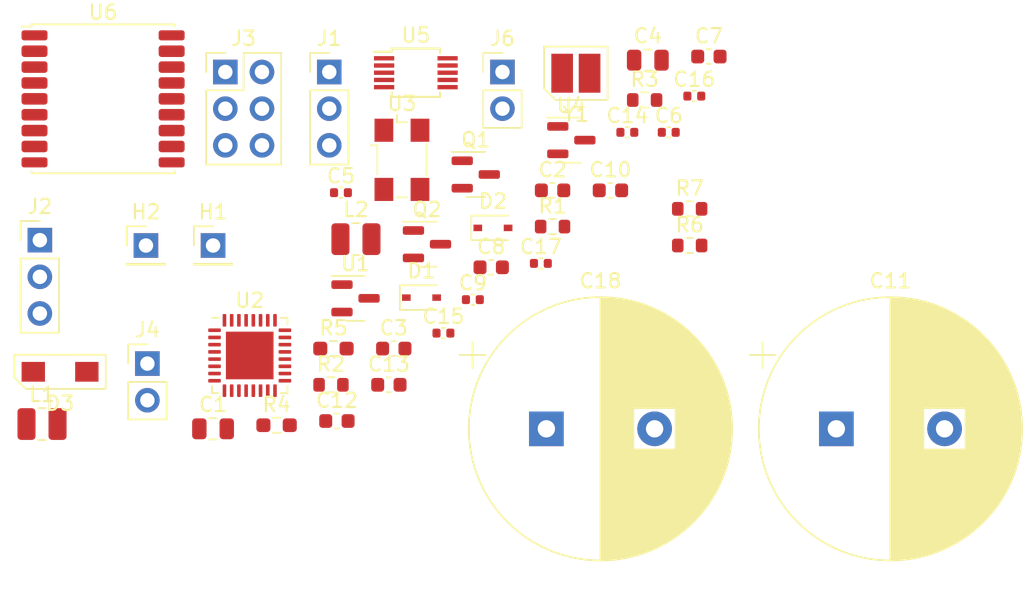
<source format=kicad_pcb>
(kicad_pcb (version 20211014) (generator pcbnew)
  (layers (0 "F.Cu" signal) (31 "B.Cu" signal) (34 "B.Paste" user) (35 "F.Paste" user) (36 "B.SilkS" user "B.Silkscreen") (37 "F.SilkS" user "F.Silkscreen") (38 "B.Mask" user) (39 "F.Mask" user) (44 "Edge.Cuts" user))
  (net 0 "")
  (net 1 "GND")
  (net 2 "Net-(C1-Pad2)")
  (net 3 "Net-(C2-Pad2)")
  (net 4 "/VDD")
  (net 5 "Net-(C4-Pad2)")
  (net 6 "/DTR")
  (net 7 "+3V3")
  (net 8 "/CLK0")
  (net 9 "Net-(C7-Pad1)")
  (net 10 "Net-(C9-Pad1)")
  (net 11 "Net-(C10-Pad1)")
  (net 12 "Net-(C12-Pad1)")
  (net 13 "Net-(C12-Pad2)")
  (net 14 "Net-(C13-Pad1)")
  (net 15 "/TEMP")
  (net 16 "Net-(C17-Pad1)")
  (net 17 "Net-(C11-Pad2)")
  (net 18 "Net-(D2-Pad2)")
  (net 19 "/TXD")
  (net 20 "/RXD")
  (net 21 "/MISO")
  (net 22 "/SCLK")
  (net 23 "/MOSI")
  (net 24 "/RESET")
  (net 25 "/SDA")
  (net 26 "/SCL")
  (net 27 "Net-(J6-Pad1)")
  (net 28 "Net-(Q1-Pad1)")
  (net 29 "Net-(Q2-Pad1)")
  (net 30 "/TX_E")
  (net 31 "/GPS_E")
  (net 32 "/TXO")
  (net 33 "/RXI")
  (net 34 "/CLK2")
  (net 40 "/VDD_TST")
  (net 41 "Net-(U2-Pad25)")
  (net 43 "/TIMEP")
  (net 53 "Net-(D1-Pad2)")
  (footprint "Capacitor_SMD:C_0402_1005Metric" (layer "F.Cu") (at 53.56 34.23)
    (fp_text reference "C9" (at 0 -1.16) (layer "F.SilkS"))
    (fp_text value "0.1uF")
    (pad "1" smd roundrect locked (at -0.48 0) (size 0.56 0.62) (layers "F.Cu" "F.Paste" "F.Mask") (net 10 "Net-(C9-Pad1)"))
    (pad "2" smd roundrect locked (at 0.48 0) (size 0.56 0.62) (layers "F.Cu" "F.Paste" "F.Mask") (net 1 "GND"))
  )
  (footprint "Capacitor_SMD:C_0603_1608Metric" (layer "F.Cu") (at 69.91 17.39)
    (fp_text reference "C7" (at 0 -1.43) (layer "F.SilkS"))
    (fp_text value "8 pF")
    (pad "1" smd roundrect locked (at -0.775 0) (size 0.9 0.95) (layers "F.Cu" "F.Paste" "F.Mask") (net 9 "Net-(C7-Pad1)"))
    (pad "2" smd roundrect locked (at 0.775 0) (size 0.9 0.95) (layers "F.Cu" "F.Paste" "F.Mask") (net 1 "GND"))
  )
  (footprint "Capacitor_SMD:C_0805_2012Metric" (layer "F.Cu") (at 35.56 43.18)
    (fp_text reference "C1" (at 0 -1.68) (layer "F.SilkS"))
    (fp_text value "270 pF")
    (pad "1" smd roundrect locked (at -0.95 0) (size 1 1.45) (layers "F.Cu" "F.Paste" "F.Mask") (net 1 "GND"))
    (pad "2" smd roundrect locked (at 0.95 0) (size 1 1.45) (layers "F.Cu" "F.Paste" "F.Mask") (net 2 "Net-(C1-Pad2)"))
  )
  (footprint "Connector_PinHeader_2.54mm:PinHeader_1x01_P2.54mm_Vertical" (layer "F.Cu") (at 30.91 30.48)
    (fp_text reference "H2" (at 0 -2.33) (layer "F.SilkS"))
    (fp_text value "72-ohm vertical dipole")
    (pad "1" thru_hole rect locked (at 0 0) (size 1.7 1.7) (drill 1) (layers *.Cu *.Mask) (net 1 "GND"))
  )
  (footprint "Diode_SMD:D_SOD-323" (layer "F.Cu") (at 50 34.09)
    (fp_text reference "D1" (at 0 -1.85) (layer "F.SilkS"))
    (fp_text value "1N5819WS")
    (pad "1" smd rect locked (at -1.05 0) (size 0.6 0.45) (layers "F.Cu" "F.Paste" "F.Mask") (net 4 "/VDD"))
    (pad "2" smd rect locked (at 1.05 0) (size 0.6 0.45) (layers "F.Cu" "F.Paste" "F.Mask") (net 53 "Net-(D1-Pad2)"))
  )
  (footprint "Resistor_SMD:R_0603_1608Metric_Pad0.98x0.95mm_HandSolder" (layer "F.Cu") (at 43.9 37.62)
    (fp_text reference "R5" (at 0 -1.43) (layer "F.SilkS"))
    (fp_text value "1.5k")
    (pad "1" smd roundrect locked (at -0.9125 0) (size 0.975 0.95) (layers "F.Cu" "F.Paste" "F.Mask") (net 31 "/GPS_E"))
    (pad "2" smd roundrect locked (at 0.9125 0) (size 0.975 0.95) (layers "F.Cu" "F.Paste" "F.Mask") (net 29 "Net-(Q2-Pad1)"))
  )
  (footprint "Resistor_SMD:R_0603_1608Metric" (layer "F.Cu") (at 68.58 27.94)
    (fp_text reference "R7" (at 0 -1.43) (layer "F.SilkS"))
    (fp_text value "10k")
    (pad "1" smd roundrect locked (at -0.825 0) (size 0.8 0.95) (layers "F.Cu" "F.Paste" "F.Mask") (net 40 "/VDD_TST"))
    (pad "2" smd roundrect locked (at 0.825 0) (size 0.8 0.95) (layers "F.Cu" "F.Paste" "F.Mask") (net 1 "GND"))
  )
  (footprint "Resistor_SMD:R_0603_1608Metric" (layer "F.Cu") (at 68.58 30.48)
    (fp_text reference "R6" (at 0 -1.43) (layer "F.SilkS"))
    (fp_text value "10k")
    (pad "1" smd roundrect locked (at -0.825 0) (size 0.8 0.95) (layers "F.Cu" "F.Paste" "F.Mask") (net 4 "/VDD"))
    (pad "2" smd roundrect locked (at 0.825 0) (size 0.8 0.95) (layers "F.Cu" "F.Paste" "F.Mask") (net 40 "/VDD_TST"))
  )
  (footprint "Connector_PinHeader_2.54mm:PinHeader_1x02_P2.54mm_Vertical" (layer "F.Cu") (at 55.61 18.46)
    (fp_text reference "J6" (at 0 -2.33) (layer "F.SilkS"))
    (fp_text value "GPS_ANT")
    (pad "1" thru_hole rect locked (at 0 0) (size 1.7 1.7) (drill 1) (layers *.Cu *.Mask) (net 27 "Net-(J6-Pad1)"))
    (pad "2" thru_hole oval locked (at 0 2.54) (size 1.7 1.7) (drill 1) (layers *.Cu *.Mask) (net 1 "GND"))
  )
  (footprint "Connector_PinHeader_2.54mm:PinHeader_1x03_P2.54mm_Vertical" (layer "F.Cu") (at 43.61 18.46)
    (fp_text reference "J1" (at 0 -2.33) (layer "F.SilkS"))
    (fp_text value "PV Input")
    (pad "1" thru_hole rect locked (at 0 0) (size 1.7 1.7) (drill 1) (layers *.Cu *.Mask) (net 1 "GND"))
    (pad "2" thru_hole oval locked (at 0 2.54) (size 1.7 1.7) (drill 1) (layers *.Cu *.Mask) (net 18 "Net-(D2-Pad2)"))
    (pad "3" thru_hole oval locked (at 0 5.08) (size 1.7 1.7) (drill 1) (layers *.Cu *.Mask) (net 53 "Net-(D1-Pad2)"))
  )
  (footprint "Resistor_SMD:R_0603_1608Metric" (layer "F.Cu") (at 59.08 29.17)
    (fp_text reference "R1" (at 0 -1.43) (layer "F.SilkS"))
    (fp_text value "10k")
    (pad "1" smd roundrect locked (at -0.825 0) (size 0.8 0.95) (layers "F.Cu" "F.Paste" "F.Mask") (net 7 "+3V3"))
    (pad "2" smd roundrect locked (at 0.825 0) (size 0.8 0.95) (layers "F.Cu" "F.Paste" "F.Mask") (net 24 "/RESET"))
  )
  (footprint "Inductor_SMD:L_1008_2520Metric" (layer "F.Cu") (at 45.46 30.04)
    (fp_text reference "L2" (at 0 -2.05) (layer "F.SilkS"))
    (fp_text value "750 nH")
    (pad "1" smd roundrect locked (at -1.075 0) (size 1.25 2.2) (layers "F.Cu" "F.Paste" "F.Mask") (roundrect_rratio 0.2) (net 3 "Net-(C2-Pad2)"))
    (pad "2" smd roundrect locked (at 1.075 0) (size 1.25 2.2) (layers "F.Cu" "F.Paste" "F.Mask") (roundrect_rratio 0.2) (net 5 "Net-(C4-Pad2)"))
  )
  (footprint "Resistor_SMD:R_0603_1608Metric_Pad0.98x0.95mm_HandSolder" (layer "F.Cu") (at 39.96 42.93)
    (fp_text reference "R4" (at 0 -1.43) (layer "F.SilkS"))
    (fp_text value "1.5k")
    (pad "1" smd roundrect locked (at -0.9125 0) (size 0.975 0.95) (layers "F.Cu" "F.Paste" "F.Mask") (net 30 "/TX_E"))
    (pad "2" smd roundrect locked (at 0.9125 0) (size 0.975 0.95) (layers "F.Cu" "F.Paste" "F.Mask") (net 28 "Net-(Q1-Pad1)"))
  )
  (footprint "Connector_PinHeader_2.54mm:PinHeader_1x03_P2.54mm_Vertical" (layer "F.Cu") (at 23.56 30.11)
    (fp_text reference "J2" (at 0 -2.33) (layer "F.SilkS"))
    (fp_text value "Serial")
    (pad "1" thru_hole rect locked (at 0 0) (size 1.7 1.7) (drill 1) (layers *.Cu *.Mask) (net 6 "/DTR"))
    (pad "2" thru_hole oval locked (at 0 2.54) (size 1.7 1.7) (drill 1) (layers *.Cu *.Mask) (net 19 "/TXD"))
    (pad "3" thru_hole oval locked (at 0 5.08) (size 1.7 1.7) (drill 1) (layers *.Cu *.Mask) (net 20 "/RXD"))
  )
  (footprint "Capacitor_SMD:C_0603_1608Metric" (layer "F.Cu") (at 44.14 42.64)
    (fp_text reference "C12" (at 0 -1.43) (layer "F.SilkS"))
    (fp_text value "10nF")
    (pad "1" smd roundrect locked (at -0.775 0) (size 0.9 0.95) (layers "F.Cu" "F.Paste" "F.Mask") (net 12 "Net-(C12-Pad1)"))
    (pad "2" smd roundrect locked (at 0.775 0) (size 0.9 0.95) (layers "F.Cu" "F.Paste" "F.Mask") (net 13 "Net-(C12-Pad2)"))
  )
  (footprint "Capacitor_SMD:C_0603_1608Metric" (layer "F.Cu") (at 54.83 31.99)
    (fp_text reference "C8" (at 0 -1.43) (layer "F.SilkS"))
    (fp_text value "1 uF")
    (pad "1" smd roundrect locked (at -0.775 0) (size 0.9 0.95) (layers "F.Cu" "F.Paste" "F.Mask") (net 7 "+3V3"))
    (pad "2" smd roundrect locked (at 0.775 0) (size 0.9 0.95) (layers "F.Cu" "F.Paste" "F.Mask") (net 1 "GND"))
  )
  (footprint "Package_DFN_QFN:QFN-32-1EP_5x5mm_P0.5mm_EP3.3x3.3mm" (layer "F.Cu") (at 38.1 38.1)
    (fp_text reference "U2" (at 0 -3.82) (layer "F.SilkS"))
    (fp_text value "ATmega328PB-MU")
    (pad "1" smd roundrect locked (at -2.4375 -1.75) (size 0.875 0.25) (layers "F.Cu" "F.Paste" "F.Mask") (net 32 "/TXO"))
    (pad "2" smd roundrect locked (at -2.4375 -1.25) (size 0.875 0.25) (layers "F.Cu" "F.Paste" "F.Mask") (net 33 "/RXI"))
    (pad "3" smd roundrect locked (at -2.4375 -0.75) (size 0.875 0.25) (layers "F.Cu" "F.Paste" "F.Mask") (net 1 "GND"))
    (pad "4" smd roundrect locked (at -2.4375 -0.25) (size 0.875 0.25) (layers "F.Cu" "F.Paste" "F.Mask") (net 7 "+3V3"))
    (pad "5" smd roundrect locked (at -2.4375 0.25) (size 0.875 0.25) (layers "F.Cu" "F.Paste" "F.Mask") (net 1 "GND"))
    (pad "6" smd roundrect locked (at -2.4375 0.75) (size 0.875 0.25) (layers "F.Cu" "F.Paste" "F.Mask") (net 7 "+3V3"))
    (pad "7" smd roundrect locked (at -2.4375 1.25) (size 0.875 0.25) (layers "F.Cu" "F.Paste" "F.Mask") (net 11 "Net-(C10-Pad1)"))
    (pad "8" smd roundrect locked (at -2.4375 1.75) (size 0.875 0.25) (layers "F.Cu" "F.Paste" "F.Mask") (net 9 "Net-(C7-Pad1)"))
    (pad "9" smd roundrect locked (at -1.75 2.4375) (size 0.25 0.875) (layers "F.Cu" "F.Paste" "F.Mask") (net 34 "/CLK2"))
    (pad "10" smd roundrect locked (at -1.25 2.4375) (size 0.25 0.875) (layers "F.Cu" "F.Paste" "F.Mask") (net 30 "/TX_E"))
    (pad "11" smd roundrect locked (at -0.75 2.4375) (size 0.25 0.875) (layers "F.Cu" "F.Paste" "F.Mask") (net 31 "/GPS_E"))
    (pad "12" smd roundrect locked (at -0.25 2.4375) (size 0.25 0.875) (layers "F.Cu" "F.Paste" "F.Mask"))
    (pad "13" smd roundrect locked (at 0.25 2.4375) (size 0.25 0.875) (layers "F.Cu" "F.Paste" "F.Mask"))
    (pad "14" smd roundrect locked (at 0.75 2.4375) (size 0.25 0.875) (layers "F.Cu" "F.Paste" "F.Mask"))
    (pad "15" smd roundrect locked (at 1.25 2.4375) (size 0.25 0.875) (layers "F.Cu" "F.Paste" "F.Mask") (net 23 "/MOSI"))
    (pad "16" smd roundrect locked (at 1.75 2.4375) (size 0.25 0.875) (layers "F.Cu" "F.Paste" "F.Mask") (net 21 "/MISO"))
    (pad "17" smd roundrect locked (at 2.4375 1.75) (size 0.875 0.25) (layers "F.Cu" "F.Paste" "F.Mask") (net 22 "/SCLK"))
    (pad "18" smd roundrect locked (at 2.4375 1.25) (size 0.875 0.25) (layers "F.Cu" "F.Paste" "F.Mask") (net 7 "+3V3"))
    (pad "19" smd roundrect locked (at 2.4375 0.75) (size 0.875 0.25) (layers "F.Cu" "F.Paste" "F.Mask"))
    (pad "20" smd roundrect locked (at 2.4375 0.25) (size 0.875 0.25) (layers "F.Cu" "F.Paste" "F.Mask") (net 10 "Net-(C9-Pad1)"))
    (pad "21" smd roundrect locked (at 2.4375 -0.25) (size 0.875 0.25) (layers "F.Cu" "F.Paste" "F.Mask") (net 1 "GND"))
    (pad "22" smd roundrect locked (at 2.4375 -0.75) (size 0.875 0.25) (layers "F.Cu" "F.Paste" "F.Mask"))
    (pad "23" smd roundrect locked (at 2.4375 -1.25) (size 0.875 0.25) (layers "F.Cu" "F.Paste" "F.Mask") (net 40 "/VDD_TST"))
    (pad "24" smd roundrect locked (at 2.4375 -1.75) (size 0.875 0.25) (layers "F.Cu" "F.Paste" "F.Mask") (net 15 "/TEMP"))
    (pad "25" smd roundrect locked (at 1.75 -2.4375) (size 0.25 0.875) (layers "F.Cu" "F.Paste" "F.Mask") (net 41 "Net-(U2-Pad25)"))
    (pad "26" smd roundrect locked (at 1.25 -2.4375) (size 0.25 0.875) (layers "F.Cu" "F.Paste" "F.Mask"))
    (pad "27" smd roundrect locked (at 0.75 -2.4375) (size 0.25 0.875) (layers "F.Cu" "F.Paste" "F.Mask") (net 25 "/SDA"))
    (pad "28" smd roundrect locked (at 0.25 -2.4375) (size 0.25 0.875) (layers "F.Cu" "F.Paste" "F.Mask") (net 26 "/SCL"))
    (pad "29" smd roundrect locked (at -0.25 -2.4375) (size 0.25 0.875) (layers "F.Cu" "F.Paste" "F.Mask") (net 24 "/RESET"))
    (pad "30" smd roundrect locked (at -0.75 -2.4375) (size 0.25 0.875) (layers "F.Cu" "F.Paste" "F.Mask") (net 20 "/RXD"))
    (pad "31" smd roundrect locked (at -1.25 -2.4375) (size 0.25 0.875) (layers "F.Cu" "F.Paste" "F.Mask") (net 19 "/TXD"))
    (pad "32" smd roundrect locked (at -1.75 -2.4375) (size 0.25 0.875) (layers "F.Cu" "F.Paste" "F.Mask") (net 43 "/TIMEP"))
    (pad "33" smd rect locked (at 0 0) (size 3.3 3.3) (layers "F.Cu" "F.Mask") (net 1 "GND"))
  )
  (footprint "Package_TO_SOT_SMD:SOT-23" (layer "F.Cu") (at 53.76 25.56)
    (fp_text reference "Q1" (at 0 -2.4) (layer "F.SilkS"))
    (fp_text value "AO3401A")
    (pad "1" smd roundrect locked (at -0.9375 -0.95) (size 1.475 0.6) (layers "F.Cu" "F.Paste" "F.Mask") (net 28 "Net-(Q1-Pad1)"))
    (pad "2" smd roundrect locked (at -0.9375 0.95) (size 1.475 0.6) (layers "F.Cu" "F.Paste" "F.Mask") (net 7 "+3V3"))
    (pad "3" smd roundrect locked (at 0.9375 0) (size 1.475 0.6) (layers "F.Cu" "F.Paste" "F.Mask") (net 16 "Net-(C17-Pad1)"))
  )
  (footprint "Resistor_SMD:R_0603_1608Metric" (layer "F.Cu") (at 65.46 20.4)
    (fp_text reference "R3" (at 0 -1.43) (layer "F.SilkS"))
    (fp_text value "4.99k")
    (pad "1" smd roundrect locked (at -0.825 0) (size 0.8 0.95) (layers "F.Cu" "F.Paste" "F.Mask") (net 26 "/SCL"))
    (pad "2" smd roundrect locked (at 0.825 0) (size 0.8 0.95) (layers "F.Cu" "F.Paste" "F.Mask") (net 7 "+3V3"))
  )
  (footprint "Oscillator:Oscillator_SMD_Fox_FT5H_5.0x3.2mm" (layer "F.Cu") (at 48.645 24.545)
    (fp_text reference "U3" (at 0 -3.9) (layer "F.SilkS"))
    (fp_text value "STC22K33048-26.000MT")
    (pad "1" smd rect locked (at -1.25 -2.05 270) (size 1.6 1.3) (layers "F.Cu" "F.Paste" "F.Mask"))
    (pad "2" smd rect locked (at -1.25 2.05 270) (size 1.6 1.3) (layers "F.Cu" "F.Paste" "F.Mask") (net 1 "GND"))
    (pad "3" smd rect locked (at 1.25 2.05 270) (size 1.6 1.3) (layers "F.Cu" "F.Paste" "F.Mask") (net 12 "Net-(C12-Pad1)"))
    (pad "4" smd rect locked (at 1.25 -2.05 270) (size 1.6 1.3) (layers "F.Cu" "F.Paste" "F.Mask") (net 16 "Net-(C17-Pad1)"))
  )
  (footprint "Diode_SMD:D_SOD-323" (layer "F.Cu") (at 54.95 29.26)
    (fp_text reference "D2" (at 0 -1.85) (layer "F.SilkS"))
    (fp_text value "1N5819WS")
    (pad "1" smd rect locked (at -1.05 0) (size 0.6 0.45) (layers "F.Cu" "F.Paste" "F.Mask") (net 4 "/VDD"))
    (pad "2" smd rect locked (at 1.05 0) (size 0.6 0.45) (layers "F.Cu" "F.Paste" "F.Mask") (net 18 "Net-(D2-Pad2)"))
  )
  (footprint "Package_TO_SOT_SMD:SOT-23" (layer "F.Cu") (at 60.38 23.18)
    (fp_text reference "U4" (at 0 -2.4) (layer "F.SilkS"))
    (fp_text value "LM50")
    (pad "1" smd roundrect locked (at -0.9375 -0.95) (size 1.475 0.6) (layers "F.Cu" "F.Paste" "F.Mask") (net 4 "/VDD"))
    (pad "2" smd roundrect locked (at -0.9375 0.95) (size 1.475 0.6) (layers "F.Cu" "F.Paste" "F.Mask") (net 15 "/TEMP"))
    (pad "3" smd roundrect locked (at 0.9375 0) (size 1.475 0.6) (layers "F.Cu" "F.Paste" "F.Mask") (net 1 "GND"))
  )
  (footprint "Balloon:NDK xtal" (layer "F.Cu") (at 60.695 18.545)
    (fp_text reference "Y1" (at 0 2.85) (layer "F.SilkS"))
    (fp_text value "16 MHz")
    (pad "1" smd rect (at -0.95 0) (size 1.5 2.7) (layers "F.Cu" "F.Paste" "F.Mask") (net 9 "Net-(C7-Pad1)"))
    (pad "2" smd rect (at 0.95 0) (size 1.5 2.7) (layers "F.Cu" "F.Paste" "F.Mask") (net 11 "Net-(C10-Pad1)"))
  )
  (footprint "Capacitor_SMD:C_0805_2012Metric" (layer "F.Cu") (at 65.68 17.64)
    (fp_text reference "C4" (at 0 -1.68) (layer "F.SilkS"))
    (fp_text value "330 pF")
    (pad "1" smd roundrect locked (at -0.95 0) (size 1 1.45) (layers "F.Cu" "F.Paste" "F.Mask") (net 1 "GND"))
    (pad "2" smd roundrect locked (at 0.95 0) (size 1 1.45) (layers "F.Cu" "F.Paste" "F.Mask") (net 5 "Net-(C4-Pad2)"))
  )
  (footprint "Capacitor_THT:CP_Radial_D18.0mm_P7.50mm" (layer "F.Cu") (at 78.74 43.18)
    (fp_text reference "C11" (at 3.75 -10.25) (layer "F.SilkS"))
    (fp_text value "Super Cap")
    (pad "1" thru_hole rect locked (at 0 0) (size 2.4 2.4) (drill 1.2) (layers *.Cu *.Mask) (net 4 "/VDD"))
    (pad "2" thru_hole circle locked (at 7.5 0) (size 2.4 2.4) (drill 1.2) (layers *.Cu *.Mask) (net 17 "Net-(C11-Pad2)"))
  )
  (footprint "Package_TO_SOT_SMD:SOT-23" (layer "F.Cu") (at 50.38 30.39)
    (fp_text reference "Q2" (at 0 -2.4) (layer "F.SilkS"))
    (fp_text value "AO3401A")
    (pad "1" smd roundrect locked (at -0.9375 -0.95) (size 1.475 0.6) (layers "F.Cu" "F.Paste" "F.Mask") (net 29 "Net-(Q2-Pad1)"))
    (pad "2" smd roundrect locked (at -0.9375 0.95) (size 1.475 0.6) (layers "F.Cu" "F.Paste" "F.Mask") (net 7 "+3V3"))
    (pad "3" smd roundrect locked (at 0.9375 0) (size 1.475 0.6) (layers "F.Cu" "F.Paste" "F.Mask") (net 14 "Net-(C13-Pad1)"))
  )
  (footprint "Capacitor_SMD:C_0402_1005Metric" (layer "F.Cu") (at 44.42 26.82)
    (fp_text reference "C5" (at 0 -1.16) (layer "F.SilkS"))
    (fp_text value "0.1uF")
    (pad "1" smd roundrect locked (at -0.48 0) (size 0.56 0.62) (layers "F.Cu" "F.Paste" "F.Mask") (net 6 "/DTR"))
    (pad "2" smd roundrect locked (at 0.48 0) (size 0.56 0.62) (layers "F.Cu" "F.Paste" "F.Mask") (net 7 "+3V3"))
  )
  (footprint "RF_GPS:ublox_MAX" (layer "F.Cu") (at 27.94 20.32)
    (fp_text reference "U6" (at 0 -6) (layer "F.SilkS"))
    (fp_text value "ATGM336H-5N31")
    (pad "1" smd roundrect locked (at -4.75 -4.4) (size 1.8 0.7) (layers "F.Cu" "F.Paste" "F.Mask") (net 1 "GND"))
    (pad "2" smd roundrect locked (at -4.75 -3.3) (size 1.8 0.8) (layers "F.Cu" "F.Paste" "F.Mask") (net 33 "/RXI"))
    (pad "3" smd roundrect locked (at -4.75 -2.2) (size 1.8 0.8) (layers "F.Cu" "F.Paste" "F.Mask") (net 32 "/TXO"))
    (pad "4" smd roundrect locked (at -4.75 -1.1) (size 1.8 0.8) (layers "F.Cu" "F.Paste" "F.Mask") (net 43 "/TIMEP"))
    (pad "5" smd roundrect locked (at -4.75 0) (size 1.8 0.8) (layers "F.Cu" "F.Paste" "F.Mask") (net 41 "Net-(U2-Pad25)"))
    (pad "6" smd roundrect locked (at -4.75 1.1) (size 1.8 0.8) (layers "F.Cu" "F.Paste" "F.Mask") (net 7 "+3V3"))
    (pad "7" smd roundrect locked (at -4.75 2.2) (size 1.8 0.8) (layers "F.Cu" "F.Paste" "F.Mask"))
    (pad "8" smd roundrect locked (at -4.75 3.3) (size 1.8 0.8) (layers "F.Cu" "F.Paste" "F.Mask") (net 14 "Net-(C13-Pad1)"))
    (pad "9" smd roundrect locked (at -4.75 4.4) (size 1.8 0.7) (layers "F.Cu" "F.Paste" "F.Mask") (net 14 "Net-(C13-Pad1)"))
    (pad "10" smd roundrect locked (at 4.75 4.4) (size 1.8 0.7) (layers "F.Cu" "F.Paste" "F.Mask") (net 1 "GND"))
    (pad "11" smd roundrect locked (at 4.75 3.3) (size 1.8 0.8) (layers "F.Cu" "F.Paste" "F.Mask") (net 27 "Net-(J6-Pad1)"))
    (pad "12" smd roundrect locked (at 4.75 2.2) (size 1.8 0.8) (layers "F.Cu" "F.Paste" "F.Mask") (net 1 "GND"))
    (pad "13" smd roundrect locked (at 4.75 1.1) (size 1.8 0.8) (layers "F.Cu" "F.Paste" "F.Mask"))
    (pad "14" smd roundrect locked (at 4.75 0) (size 1.8 0.8) (layers "F.Cu" "F.Paste" "F.Mask"))
    (pad "15" smd roundrect locked (at 4.75 -1.1) (size 1.8 0.8) (layers "F.Cu" "F.Paste" "F.Mask"))
    (pad "16" smd roundrect locked (at 4.75 -2.2) (size 1.8 0.8) (layers "F.Cu" "F.Paste" "F.Mask"))
    (pad "17" smd roundrect locked (at 4.75 -3.3) (size 1.8 0.8) (layers "F.Cu" "F.Paste" "F.Mask"))
    (pad "18" smd roundrect locked (at 4.75 -4.4) (size 1.8 0.7) (layers "F.Cu" "F.Paste" "F.Mask"))
  )
  (footprint "Balloon:ll-34" (layer "F.Cu") (at 24.96 39.23)
    (fp_text reference "D3" (at 0 2.185) (layer "F.SilkS"))
    (fp_text value "ZMM5V6")
    (pad "1" smd rect (at -1.855 0) (size 1.62 1.37) (layers "F.Cu" "F.Paste" "F.Mask") (net 4 "/VDD"))
    (pad "2" smd rect (at 1.855 0) (size 1.62 1.37) (layers "F.Cu" "F.Paste" "F.Mask") (net 1 "GND"))
  )
  (footprint "Package_TO_SOT_SMD:SOT-23" (layer "F.Cu") (at 45.43 34.14)
    (fp_text reference "U1" (at 0 -2.4) (layer "F.SilkS"))
    (fp_text value "XC6206P332MR")
    (pad "1" smd roundrect locked (at -0.9375 -0.95) (size 1.475 0.6) (layers "F.Cu" "F.Paste" "F.Mask") (net 1 "GND"))
    (pad "2" smd roundrect locked (at -0.9375 0.95) (size 1.475 0.6) (layers "F.Cu" "F.Paste" "F.Mask") (net 7 "+3V3"))
    (pad "3" smd roundrect locked (at 0.9375 0) (size 1.475 0.6) (layers "F.Cu" "F.Paste" "F.Mask") (net 4 "/VDD"))
  )
  (footprint "Package_SO:MSOP-10_3x3mm_P0.5mm" (layer "F.Cu") (at 49.61 18.51)
    (fp_text reference "U5" (at 0 -2.6) (layer "F.SilkS"))
    (fp_text value "Si5351A-B-GT")
    (pad "1" smd rect locked (at -2.2 -1) (size 1.4 0.3) (layers "F.Cu" "F.Paste" "F.Mask") (net 16 "Net-(C17-Pad1)"))
    (pad "2" smd rect locked (at -2.2 -0.5) (size 1.4 0.3) (layers "F.Cu" "F.Paste" "F.Mask") (net 13 "Net-(C12-Pad2)"))
    (pad "3" smd rect locked (at -2.2 0) (size 1.4 0.3) (layers "F.Cu" "F.Paste" "F.Mask"))
    (pad "4" smd rect locked (at -2.2 0.5) (size 1.4 0.3) (layers "F.Cu" "F.Paste" "F.Mask") (net 26 "/SCL"))
    (pad "5" smd rect locked (at -2.2 1) (size 1.4 0.3) (layers "F.Cu" "F.Paste" "F.Mask") (net 25 "/SDA"))
    (pad "6" smd rect locked (at 2.2 1) (size 1.4 0.3) (layers "F.Cu" "F.Paste" "F.Mask") (net 34 "/CLK2"))
    (pad "7" smd rect locked (at 2.2 0.5) (size 1.4 0.3) (layers "F.Cu" "F.Paste" "F.Mask") (net 16 "Net-(C17-Pad1)"))
    (pad "8" smd rect locked (at 2.2 0) (size 1.4 0.3) (layers "F.Cu" "F.Paste" "F.Mask") (net 1 "GND"))
    (pad "9" smd rect locked (at 2.2 -0.5) (size 1.4 0.3) (layers "F.Cu" "F.Paste" "F.Mask"))
    (pad "10" smd rect locked (at 2.2 -1) (size 1.4 0.3) (layers "F.Cu" "F.Paste" "F.Mask") (net 8 "/CLK0"))
  )
  (footprint "Connector_PinHeader_2.54mm:PinHeader_1x02_P2.54mm_Vertical" (layer "F.Cu") (at 31.01 38.66)
    (fp_text reference "J4" (at 0 -2.33) (layer "F.SilkS"))
    (fp_text value "I2C")
    (pad "1" thru_hole rect locked (at 0 0) (size 1.7 1.7) (drill 1) (layers *.Cu *.Mask) (net 25 "/SDA"))
    (pad "2" thru_hole oval locked (at 0 2.54) (size 1.7 1.7) (drill 1) (layers *.Cu *.Mask) (net 26 "/SCL"))
  )
  (footprint "Connector_PinHeader_2.54mm:PinHeader_2x03_P2.54mm_Vertical" (layer "F.Cu") (at 36.41 18.46)
    (fp_text reference "J3" (at 1.27 -2.33) (layer "F.SilkS"))
    (fp_text value "ICSP")
    (pad "1" thru_hole rect locked (at 0 0) (size 1.7 1.7) (drill 1) (layers *.Cu *.Mask) (net 21 "/MISO"))
    (pad "2" thru_hole oval locked (at 2.54 0) (size 1.7 1.7) (drill 1) (layers *.Cu *.Mask) (net 7 "+3V3"))
    (pad "3" thru_hole oval locked (at 0 2.54) (size 1.7 1.7) (drill 1) (layers *.Cu *.Mask) (net 22 "/SCLK"))
    (pad "4" thru_hole oval locked (at 2.54 2.54) (size 1.7 1.7) (drill 1) (layers *.Cu *.Mask) (net 23 "/MOSI"))
    (pad "5" thru_hole oval locked (at 0 5.08) (size 1.7 1.7) (drill 1) (layers *.Cu *.Mask) (net 24 "/RESET"))
    (pad "6" thru_hole oval locked (at 2.54 5.08) (size 1.7 1.7) (drill 1) (layers *.Cu *.Mask) (net 1 "GND"))
  )
  (footprint "Capacitor_SMD:C_0603_1608Metric" (layer "F.Cu") (at 59.08 26.66)
    (fp_text reference "C2" (at 0 -1.43) (layer "F.SilkS"))
    (fp_text value "470 pF ")
    (pad "1" smd roundrect locked (at -0.775 0) (size 0.9 0.95) (layers "F.Cu" "F.Paste" "F.Mask") (net 1 "GND"))
    (pad "2" smd roundrect locked (at 0.775 0) (size 0.9 0.95) (layers "F.Cu" "F.Paste" "F.Mask") (net 3 "Net-(C2-Pad2)"))
  )
  (footprint "Capacitor_SMD:C_0402_1005Metric" (layer "F.Cu") (at 67.13 22.64)
    (fp_text reference "C6" (at 0 -1.16) (layer "F.SilkS"))
    (fp_text value "0.1uF")
    (pad "1" smd roundrect locked (at -0.48 0) (size 0.56 0.62) (layers "F.Cu" "F.Paste" "F.Mask") (net 8 "/CLK0"))
    (pad "2" smd roundrect locked (at 0.48 0) (size 0.56 0.62) (layers "F.Cu" "F.Paste" "F.Mask") (net 2 "Net-(C1-Pad2)"))
  )
  (footprint "Capacitor_SMD:C_0402_1005Metric" (layer "F.Cu") (at 68.9 20.13)
    (fp_text reference "C16" (at 0 -1.16) (layer "F.SilkS"))
    (fp_text value "0.1uF")
    (pad "1" smd roundrect locked (at -0.48 0) (size 0.56 0.62) (layers "F.Cu" "F.Paste" "F.Mask") (net 4 "/VDD"))
    (pad "2" smd roundrect locked (at 0.48 0) (size 0.56 0.62) (layers "F.Cu" "F.Paste" "F.Mask") (net 1 "GND"))
  )
  (footprint "Capacitor_SMD:C_0402_1005Metric" (layer "F.Cu") (at 58.27 31.72)
    (fp_text reference "C17" (at 0 -1.16) (layer "F.SilkS"))
    (fp_text value "0.1uF")
    (pad "1" smd roundrect locked (at -0.48 0) (size 0.56 0.62) (layers "F.Cu" "F.Paste" "F.Mask") (net 16 "Net-(C17-Pad1)"))
    (pad "2" smd roundrect locked (at 0.48 0) (size 0.56 0.62) (layers "F.Cu" "F.Paste" "F.Mask") (net 1 "GND"))
  )
  (footprint "Capacitor_SMD:C_0603_1608Metric" (layer "F.Cu") (at 63.09 26.66)
    (fp_text reference "C10" (at 0 -1.43) (layer "F.SilkS"))
    (fp_text value "8 pF")
    (pad "1" smd roundrect locked (at -0.775 0) (size 0.9 0.95) (layers "F.Cu" "F.Paste" "F.Mask") (net 11 "Net-(C10-Pad1)"))
    (pad "2" smd roundrect locked (at 0.775 0) (size 0.9 0.95) (layers "F.Cu" "F.Paste" "F.Mask") (net 1 "GND"))
  )
  (footprint "Capacitor_SMD:C_0402_1005Metric" (layer "F.Cu") (at 64.26 22.64)
    (fp_text reference "C14" (at 0 -1.16) (layer "F.SilkS"))
    (fp_text value "0.1uF")
    (pad "1" smd roundrect locked (at -0.48 0) (size 0.56 0.62) (layers "F.Cu" "F.Paste" "F.Mask") (net 7 "+3V3"))
    (pad "2" smd roundrect locked (at 0.48 0) (size 0.56 0.62) (layers "F.Cu" "F.Paste" "F.Mask") (net 1 "GND"))
  )
  (footprint "Connector_PinHeader_2.54mm:PinHeader_1x01_P2.54mm_Vertical" (layer "F.Cu") (at 35.56 30.48)
    (fp_text reference "H1" (at 0 -2.33) (layer "F.SilkS"))
    (fp_text value "72-ohm vertical dipole")
    (pad "1" thru_hole rect locked (at 0 0) (size 1.7 1.7) (drill 1) (layers *.Cu *.Mask) (net 5 "Net-(C4-Pad2)"))
  )
  (footprint "Capacitor_THT:CP_Radial_D18.0mm_P7.50mm" (layer "F.Cu") (at 58.65 43.18)
    (fp_text reference "C18" (at 3.75 -10.25) (layer "F.SilkS"))
    (fp_text value "Super Cap")
    (pad "1" thru_hole rect locked (at 0 0) (size 2.4 2.4) (drill 1.2) (layers *.Cu *.Mask) (net 17 "Net-(C11-Pad2)"))
    (pad "2" thru_hole circle locked (at 7.5 0) (size 2.4 2.4) (drill 1.2) (layers *.Cu *.Mask) (net 1 "GND"))
  )
  (footprint "Capacitor_SMD:C_0603_1608Metric" (layer "F.Cu") (at 47.74 40.13)
    (fp_text reference "C13" (at 0 -1.43) (layer "F.SilkS"))
    (fp_text value "0.47uF")
    (pad "1" smd roundrect locked (at -0.775 0) (size 0.9 0.95) (layers "F.Cu" "F.Paste" "F.Mask") (net 14 "Net-(C13-Pad1)"))
    (pad "2" smd roundrect locked (at 0.775 0) (size 0.9 0.95) (layers "F.Cu" "F.Paste" "F.Mask") (net 1 "GND"))
  )
  (footprint "Resistor_SMD:R_0603_1608Metric" (layer "F.Cu") (at 43.73 40.13)
    (fp_text reference "R2" (at 0 -1.43) (layer "F.SilkS"))
    (fp_text value "4.99k")
    (pad "1" smd roundrect locked (at -0.825 0) (size 0.8 0.95) (layers "F.Cu" "F.Paste" "F.Mask") (net 25 "/SDA"))
    (pad "2" smd roundrect locked (at 0.825 0) (size 0.8 0.95) (layers "F.Cu" "F.Paste" "F.Mask") (net 7 "+3V3"))
  )
  (footprint "Capacitor_SMD:C_0603_1608Metric" (layer "F.Cu") (at 48.08 37.62)
    (fp_text reference "C3" (at 0 -1.43) (layer "F.SilkS"))
    (fp_text value "1 uF")
    (pad "1" smd roundrect locked (at -0.775 0) (size 0.9 0.95) (layers "F.Cu" "F.Paste" "F.Mask") (net 4 "/VDD"))
    (pad "2" smd roundrect locked (at 0.775 0) (size 0.9 0.95) (layers "F.Cu" "F.Paste" "F.Mask") (net 1 "GND"))
  )
  (footprint "Capacitor_SMD:C_0402_1005Metric" (layer "F.Cu") (at 51.52 36.55)
    (fp_text reference "C15" (at 0 -1.16) (layer "F.SilkS"))
    (fp_text value "0.1uF")
    (pad "1" smd roundrect locked (at -0.48 0) (size 0.56 0.62) (layers "F.Cu" "F.Paste" "F.Mask") (net 15 "/TEMP"))
    (pad "2" smd roundrect locked (at 0.48 0) (size 0.56 0.62) (layers "F.Cu" "F.Paste" "F.Mask") (net 1 "GND"))
  )
  (footprint "Inductor_SMD:L_1008_2520Metric" (layer "F.Cu") (at 23.71 42.85)
    (fp_text reference "L1" (at 0 -2.05) (layer "F.SilkS"))
    (fp_text value "750 nH")
    (pad "1" smd roundrect locked (at -1.075 0) (size 1.25 2.2) (layers "F.Cu" "F.Paste" "F.Mask") (roundrect_rratio 0.2) (net 2 "Net-(C1-Pad2)"))
    (pad "2" smd roundrect locked (at 1.075 0) (size 1.25 2.2) (layers "F.Cu" "F.Paste" "F.Mask") (roundrect_rratio 0.2) (net 3 "Net-(C2-Pad2)"))
  )
)
</source>
